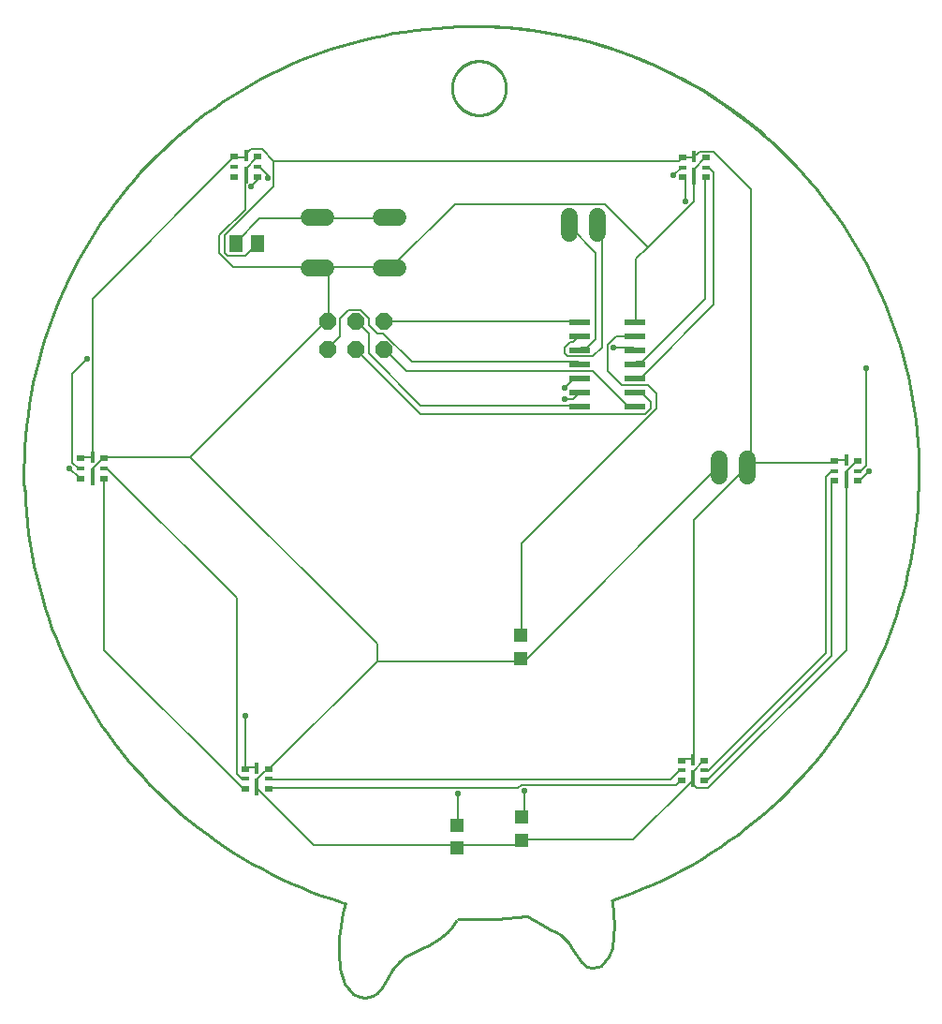
<source format=gtl>
G75*
%MOIN*%
%OFA0B0*%
%FSLAX25Y25*%
%IPPOS*%
%LPD*%
%AMOC8*
5,1,8,0,0,1.08239X$1,22.5*
%
%ADD10C,0.01000*%
%ADD11R,0.07800X0.02200*%
%ADD12R,0.04724X0.04724*%
%ADD13OC8,0.06000*%
%ADD14C,0.06000*%
%ADD15R,0.05118X0.05906*%
%ADD16R,0.03150X0.01969*%
%ADD17R,0.03150X0.01181*%
%ADD18R,0.01181X0.03937*%
%ADD19R,0.01181X0.05906*%
%ADD20C,0.00600*%
%ADD21OC8,0.02000*%
D10*
X0128781Y0013704D02*
X0125829Y0017395D01*
X0124106Y0022562D01*
X0123614Y0028714D01*
X0123860Y0033635D01*
X0124352Y0038064D01*
X0125090Y0042739D01*
X0126075Y0046184D01*
X0125336Y0046184D01*
X0145268Y0025269D02*
X0147482Y0026991D01*
X0149943Y0028468D01*
X0153388Y0030190D01*
X0155848Y0031174D01*
X0159293Y0033389D01*
X0162246Y0035604D01*
X0164214Y0037818D01*
X0165445Y0039787D01*
X0145268Y0025269D02*
X0142807Y0022316D01*
X0141085Y0019363D01*
X0139116Y0015919D01*
X0137394Y0014196D01*
X0135671Y0012966D01*
X0133210Y0012228D01*
X0130996Y0012720D01*
X0128781Y0013704D01*
X0190789Y0041263D02*
X0193004Y0040033D01*
X0195957Y0038310D01*
X0198663Y0036834D01*
X0201124Y0035604D01*
X0202846Y0034619D01*
X0205553Y0031913D01*
X0207029Y0029452D01*
X0209982Y0025023D01*
X0211951Y0023546D01*
X0213673Y0023054D01*
X0216134Y0023546D01*
X0217118Y0023793D01*
X0219579Y0026991D01*
X0221055Y0030190D01*
X0221547Y0034373D01*
X0221793Y0038064D01*
X0221547Y0042247D01*
X0221055Y0047169D01*
X0274943Y0319560D02*
X0272010Y0322021D01*
X0269019Y0324411D01*
X0265972Y0326729D01*
X0262869Y0328973D01*
X0259715Y0331142D01*
X0256509Y0333235D01*
X0253253Y0335251D01*
X0249951Y0337188D01*
X0246603Y0339045D01*
X0243211Y0340822D01*
X0239778Y0342517D01*
X0236306Y0344129D01*
X0232795Y0345657D01*
X0229250Y0347102D01*
X0225670Y0348460D01*
X0222059Y0349733D01*
X0218419Y0350919D01*
X0214751Y0352017D01*
X0211058Y0353027D01*
X0207342Y0353949D01*
X0203605Y0354781D01*
X0199849Y0355523D01*
X0196076Y0356176D01*
X0192289Y0356737D01*
X0188489Y0357208D01*
X0184679Y0357588D01*
X0180862Y0357877D01*
X0177038Y0358073D01*
X0173211Y0358179D01*
X0169382Y0358192D01*
X0163956Y0336046D02*
X0163959Y0336282D01*
X0163968Y0336517D01*
X0163982Y0336753D01*
X0164002Y0336988D01*
X0164028Y0337222D01*
X0164060Y0337456D01*
X0164097Y0337689D01*
X0164141Y0337921D01*
X0164189Y0338151D01*
X0164244Y0338381D01*
X0164304Y0338609D01*
X0164370Y0338835D01*
X0164441Y0339060D01*
X0164518Y0339283D01*
X0164600Y0339504D01*
X0164687Y0339723D01*
X0164780Y0339940D01*
X0164879Y0340154D01*
X0164982Y0340366D01*
X0165091Y0340576D01*
X0165204Y0340782D01*
X0165323Y0340986D01*
X0165447Y0341187D01*
X0165575Y0341384D01*
X0165709Y0341579D01*
X0165847Y0341770D01*
X0165990Y0341958D01*
X0166137Y0342142D01*
X0166289Y0342322D01*
X0166445Y0342499D01*
X0166606Y0342672D01*
X0166770Y0342841D01*
X0166939Y0343005D01*
X0167112Y0343166D01*
X0167289Y0343322D01*
X0167469Y0343474D01*
X0167653Y0343621D01*
X0167841Y0343764D01*
X0168032Y0343902D01*
X0168227Y0344036D01*
X0168424Y0344164D01*
X0168625Y0344288D01*
X0168829Y0344407D01*
X0169035Y0344520D01*
X0169245Y0344629D01*
X0169457Y0344732D01*
X0169671Y0344831D01*
X0169888Y0344924D01*
X0170107Y0345011D01*
X0170328Y0345093D01*
X0170551Y0345170D01*
X0170776Y0345241D01*
X0171002Y0345307D01*
X0171230Y0345367D01*
X0171460Y0345422D01*
X0171690Y0345470D01*
X0171922Y0345514D01*
X0172155Y0345551D01*
X0172389Y0345583D01*
X0172623Y0345609D01*
X0172858Y0345629D01*
X0173094Y0345643D01*
X0173329Y0345652D01*
X0173565Y0345655D01*
X0173801Y0345652D01*
X0174036Y0345643D01*
X0174272Y0345629D01*
X0174507Y0345609D01*
X0174741Y0345583D01*
X0174975Y0345551D01*
X0175208Y0345514D01*
X0175440Y0345470D01*
X0175670Y0345422D01*
X0175900Y0345367D01*
X0176128Y0345307D01*
X0176354Y0345241D01*
X0176579Y0345170D01*
X0176802Y0345093D01*
X0177023Y0345011D01*
X0177242Y0344924D01*
X0177459Y0344831D01*
X0177673Y0344732D01*
X0177885Y0344629D01*
X0178095Y0344520D01*
X0178301Y0344407D01*
X0178505Y0344288D01*
X0178706Y0344164D01*
X0178903Y0344036D01*
X0179098Y0343902D01*
X0179289Y0343764D01*
X0179477Y0343621D01*
X0179661Y0343474D01*
X0179841Y0343322D01*
X0180018Y0343166D01*
X0180191Y0343005D01*
X0180360Y0342841D01*
X0180524Y0342672D01*
X0180685Y0342499D01*
X0180841Y0342322D01*
X0180993Y0342142D01*
X0181140Y0341958D01*
X0181283Y0341770D01*
X0181421Y0341579D01*
X0181555Y0341384D01*
X0181683Y0341187D01*
X0181807Y0340986D01*
X0181926Y0340782D01*
X0182039Y0340576D01*
X0182148Y0340366D01*
X0182251Y0340154D01*
X0182350Y0339940D01*
X0182443Y0339723D01*
X0182530Y0339504D01*
X0182612Y0339283D01*
X0182689Y0339060D01*
X0182760Y0338835D01*
X0182826Y0338609D01*
X0182886Y0338381D01*
X0182941Y0338151D01*
X0182989Y0337921D01*
X0183033Y0337689D01*
X0183070Y0337456D01*
X0183102Y0337222D01*
X0183128Y0336988D01*
X0183148Y0336753D01*
X0183162Y0336517D01*
X0183171Y0336282D01*
X0183174Y0336046D01*
X0183171Y0335810D01*
X0183162Y0335575D01*
X0183148Y0335339D01*
X0183128Y0335104D01*
X0183102Y0334870D01*
X0183070Y0334636D01*
X0183033Y0334403D01*
X0182989Y0334171D01*
X0182941Y0333941D01*
X0182886Y0333711D01*
X0182826Y0333483D01*
X0182760Y0333257D01*
X0182689Y0333032D01*
X0182612Y0332809D01*
X0182530Y0332588D01*
X0182443Y0332369D01*
X0182350Y0332152D01*
X0182251Y0331938D01*
X0182148Y0331726D01*
X0182039Y0331516D01*
X0181926Y0331310D01*
X0181807Y0331106D01*
X0181683Y0330905D01*
X0181555Y0330708D01*
X0181421Y0330513D01*
X0181283Y0330322D01*
X0181140Y0330134D01*
X0180993Y0329950D01*
X0180841Y0329770D01*
X0180685Y0329593D01*
X0180524Y0329420D01*
X0180360Y0329251D01*
X0180191Y0329087D01*
X0180018Y0328926D01*
X0179841Y0328770D01*
X0179661Y0328618D01*
X0179477Y0328471D01*
X0179289Y0328328D01*
X0179098Y0328190D01*
X0178903Y0328056D01*
X0178706Y0327928D01*
X0178505Y0327804D01*
X0178301Y0327685D01*
X0178095Y0327572D01*
X0177885Y0327463D01*
X0177673Y0327360D01*
X0177459Y0327261D01*
X0177242Y0327168D01*
X0177023Y0327081D01*
X0176802Y0326999D01*
X0176579Y0326922D01*
X0176354Y0326851D01*
X0176128Y0326785D01*
X0175900Y0326725D01*
X0175670Y0326670D01*
X0175440Y0326622D01*
X0175208Y0326578D01*
X0174975Y0326541D01*
X0174741Y0326509D01*
X0174507Y0326483D01*
X0174272Y0326463D01*
X0174036Y0326449D01*
X0173801Y0326440D01*
X0173565Y0326437D01*
X0173329Y0326440D01*
X0173094Y0326449D01*
X0172858Y0326463D01*
X0172623Y0326483D01*
X0172389Y0326509D01*
X0172155Y0326541D01*
X0171922Y0326578D01*
X0171690Y0326622D01*
X0171460Y0326670D01*
X0171230Y0326725D01*
X0171002Y0326785D01*
X0170776Y0326851D01*
X0170551Y0326922D01*
X0170328Y0326999D01*
X0170107Y0327081D01*
X0169888Y0327168D01*
X0169671Y0327261D01*
X0169457Y0327360D01*
X0169245Y0327463D01*
X0169035Y0327572D01*
X0168829Y0327685D01*
X0168625Y0327804D01*
X0168424Y0327928D01*
X0168227Y0328056D01*
X0168032Y0328190D01*
X0167841Y0328328D01*
X0167653Y0328471D01*
X0167469Y0328618D01*
X0167289Y0328770D01*
X0167112Y0328926D01*
X0166939Y0329087D01*
X0166770Y0329251D01*
X0166606Y0329420D01*
X0166445Y0329593D01*
X0166289Y0329770D01*
X0166137Y0329950D01*
X0165990Y0330134D01*
X0165847Y0330322D01*
X0165709Y0330513D01*
X0165575Y0330708D01*
X0165447Y0330905D01*
X0165323Y0331106D01*
X0165204Y0331310D01*
X0165091Y0331516D01*
X0164982Y0331726D01*
X0164879Y0331938D01*
X0164780Y0332152D01*
X0164687Y0332369D01*
X0164600Y0332588D01*
X0164518Y0332809D01*
X0164441Y0333032D01*
X0164370Y0333257D01*
X0164304Y0333483D01*
X0164244Y0333711D01*
X0164189Y0333941D01*
X0164141Y0334171D01*
X0164097Y0334403D01*
X0164060Y0334636D01*
X0164028Y0334870D01*
X0164002Y0335104D01*
X0163982Y0335339D01*
X0163968Y0335575D01*
X0163959Y0335810D01*
X0163956Y0336046D01*
X0190543Y0041510D02*
X0187044Y0041101D01*
X0183537Y0040769D01*
X0180023Y0040515D01*
X0176504Y0040339D01*
X0172983Y0040241D01*
X0169460Y0040221D01*
X0165937Y0040280D01*
X0220809Y0047169D02*
X0224504Y0048447D01*
X0228165Y0049814D01*
X0231792Y0051272D01*
X0235383Y0052817D01*
X0238934Y0054451D01*
X0242445Y0056170D01*
X0245912Y0057975D01*
X0249334Y0059865D01*
X0252708Y0061837D01*
X0256034Y0063892D01*
X0259308Y0066028D01*
X0262528Y0068243D01*
X0265694Y0070536D01*
X0268802Y0072907D01*
X0271852Y0075352D01*
X0274840Y0077872D01*
X0277766Y0080464D01*
X0280628Y0083127D01*
X0283423Y0085859D01*
X0286151Y0088659D01*
X0288809Y0091525D01*
X0291397Y0094455D01*
X0293912Y0097447D01*
X0296352Y0100501D01*
X0298718Y0103613D01*
X0301006Y0106782D01*
X0303216Y0110006D01*
X0305346Y0113283D01*
X0307396Y0116612D01*
X0309363Y0119990D01*
X0311247Y0123415D01*
X0313047Y0126885D01*
X0314761Y0130398D01*
X0316388Y0133952D01*
X0317928Y0137545D01*
X0319379Y0141174D01*
X0320742Y0144838D01*
X0322014Y0148534D01*
X0323195Y0152261D01*
X0324284Y0156015D01*
X0325281Y0159794D01*
X0326185Y0163597D01*
X0326996Y0167421D01*
X0327713Y0171264D01*
X0328336Y0175123D01*
X0328864Y0178996D01*
X0329297Y0182881D01*
X0329634Y0186775D01*
X0329877Y0190677D01*
X0330023Y0194583D01*
X0330074Y0198491D01*
X0330029Y0202400D01*
X0329888Y0206306D01*
X0329652Y0210208D01*
X0329320Y0214103D01*
X0328893Y0217989D01*
X0328371Y0221863D01*
X0327754Y0225723D01*
X0327043Y0229566D01*
X0326238Y0233391D01*
X0325339Y0237196D01*
X0324348Y0240977D01*
X0323264Y0244732D01*
X0322088Y0248460D01*
X0320822Y0252158D01*
X0319465Y0255824D01*
X0318019Y0259456D01*
X0316485Y0263051D01*
X0314863Y0266608D01*
X0313154Y0270123D01*
X0311360Y0273596D01*
X0309481Y0277024D01*
X0307518Y0280405D01*
X0305474Y0283736D01*
X0303349Y0287017D01*
X0301143Y0290244D01*
X0298860Y0293417D01*
X0296499Y0296533D01*
X0294063Y0299590D01*
X0291553Y0302586D01*
X0288970Y0305520D01*
X0286316Y0308390D01*
X0283592Y0311194D01*
X0280801Y0313930D01*
X0277943Y0316597D01*
X0275021Y0319194D01*
X0272036Y0321718D01*
X0268991Y0324168D01*
X0265886Y0326543D01*
X0262724Y0328841D01*
X0259506Y0331061D01*
X0256236Y0333201D01*
X0252913Y0335261D01*
X0249542Y0337239D01*
X0246123Y0339134D01*
X0242658Y0340944D01*
X0239150Y0342669D01*
X0235601Y0344307D01*
X0232013Y0345858D01*
X0228388Y0347321D01*
X0224729Y0348694D01*
X0221036Y0349978D01*
X0217314Y0351170D01*
X0213563Y0352271D01*
X0209787Y0353280D01*
X0205987Y0354196D01*
X0202165Y0355019D01*
X0198325Y0355748D01*
X0194468Y0356383D01*
X0190596Y0356922D01*
X0186713Y0357367D01*
X0182819Y0357717D01*
X0178919Y0357971D01*
X0175013Y0358130D01*
X0171105Y0358193D01*
X0170120Y0357947D02*
X0166250Y0357890D01*
X0162382Y0357740D01*
X0158519Y0357496D01*
X0154663Y0357157D01*
X0150817Y0356725D01*
X0146982Y0356199D01*
X0143161Y0355580D01*
X0139356Y0354868D01*
X0135570Y0354064D01*
X0131805Y0353167D01*
X0128062Y0352180D01*
X0124345Y0351101D01*
X0120655Y0349933D01*
X0116994Y0348674D01*
X0113366Y0347327D01*
X0109771Y0345892D01*
X0106212Y0344370D01*
X0102691Y0342762D01*
X0099211Y0341069D01*
X0095772Y0339291D01*
X0092378Y0337430D01*
X0089031Y0335487D01*
X0085731Y0333463D01*
X0082482Y0331359D01*
X0079285Y0329177D01*
X0076143Y0326918D01*
X0073056Y0324583D01*
X0070027Y0322173D01*
X0067057Y0319690D01*
X0064149Y0317136D01*
X0061304Y0314512D01*
X0058523Y0311819D01*
X0055809Y0309059D01*
X0053163Y0306234D01*
X0050587Y0303346D01*
X0048081Y0300395D01*
X0045649Y0297384D01*
X0043290Y0294316D01*
X0041007Y0291190D01*
X0038800Y0288010D01*
X0036672Y0284777D01*
X0034623Y0281493D01*
X0032654Y0278161D01*
X0030767Y0274781D01*
X0028963Y0271356D01*
X0027243Y0267889D01*
X0025608Y0264380D01*
X0024059Y0260833D01*
X0022597Y0257250D01*
X0021222Y0253631D01*
X0019936Y0249980D01*
X0018739Y0246300D01*
X0017632Y0242591D01*
X0016616Y0238856D01*
X0015691Y0235097D01*
X0014858Y0231317D01*
X0014117Y0227518D01*
X0013468Y0223702D01*
X0012913Y0219871D01*
X0012452Y0216028D01*
X0012084Y0212175D01*
X0011810Y0208314D01*
X0011630Y0204448D01*
X0011544Y0200578D01*
X0011552Y0196708D01*
X0011655Y0192838D01*
X0011901Y0193083D02*
X0012085Y0189214D01*
X0012364Y0185351D01*
X0012736Y0181495D01*
X0013202Y0177650D01*
X0013761Y0173817D01*
X0014414Y0169999D01*
X0015159Y0166197D01*
X0015997Y0162416D01*
X0016926Y0158655D01*
X0017947Y0154919D01*
X0019058Y0151208D01*
X0020260Y0147525D01*
X0021550Y0143873D01*
X0022930Y0140253D01*
X0024397Y0136668D01*
X0025951Y0133120D01*
X0027590Y0129611D01*
X0029315Y0126143D01*
X0031124Y0122717D01*
X0033015Y0119337D01*
X0034989Y0116004D01*
X0037043Y0112719D01*
X0039176Y0109486D01*
X0041387Y0106306D01*
X0043675Y0103180D01*
X0046039Y0100111D01*
X0048476Y0097101D01*
X0050986Y0094151D01*
X0053567Y0091262D01*
X0056218Y0088438D01*
X0058937Y0085679D01*
X0061722Y0082987D01*
X0064572Y0080363D01*
X0067484Y0077810D01*
X0070459Y0075328D01*
X0073492Y0072919D01*
X0076584Y0070585D01*
X0079731Y0068327D01*
X0082932Y0066147D01*
X0086186Y0064044D01*
X0089490Y0062022D01*
X0092842Y0060081D01*
X0096240Y0058222D01*
X0099682Y0056446D01*
X0103167Y0054754D01*
X0106692Y0053148D01*
X0110255Y0051629D01*
X0113854Y0050196D01*
X0117486Y0048851D01*
X0121151Y0047596D01*
X0124845Y0046429D01*
D11*
X0209514Y0222867D03*
X0209514Y0227867D03*
X0209514Y0232867D03*
X0209514Y0237867D03*
X0209514Y0242867D03*
X0209514Y0247867D03*
X0209514Y0252867D03*
X0228914Y0252867D03*
X0228914Y0247867D03*
X0228914Y0242867D03*
X0228914Y0237867D03*
X0228914Y0232867D03*
X0228914Y0227867D03*
X0228914Y0222867D03*
D12*
X0188220Y0141376D03*
X0188220Y0133108D03*
X0188870Y0076770D03*
X0188870Y0068502D03*
X0165730Y0065613D03*
X0165730Y0073881D03*
D13*
X0139559Y0242897D03*
X0139559Y0252897D03*
X0129559Y0252897D03*
X0129559Y0242897D03*
X0119559Y0242897D03*
X0119559Y0252897D03*
D14*
X0119129Y0272127D02*
X0113129Y0272127D01*
X0113129Y0289927D02*
X0119129Y0289927D01*
X0138729Y0289927D02*
X0144729Y0289927D01*
X0144729Y0272127D02*
X0138729Y0272127D01*
X0205671Y0284449D02*
X0205671Y0290449D01*
X0215671Y0290449D02*
X0215671Y0284449D01*
X0259018Y0204032D02*
X0259018Y0198032D01*
X0269018Y0198032D02*
X0269018Y0204032D01*
D15*
X0094554Y0280682D03*
X0087074Y0280682D03*
D16*
X0086459Y0304501D03*
X0086459Y0311588D03*
X0094726Y0311588D03*
X0094726Y0304501D03*
X0040051Y0204304D03*
X0040051Y0197218D03*
X0031783Y0197218D03*
X0031783Y0204304D03*
X0090346Y0093773D03*
X0090346Y0086686D03*
X0098614Y0086686D03*
X0098614Y0093773D03*
X0245563Y0096775D03*
X0245563Y0089688D03*
X0253831Y0089688D03*
X0253831Y0096775D03*
X0300115Y0196258D03*
X0300115Y0203345D03*
X0308383Y0203345D03*
X0308383Y0196258D03*
X0254347Y0304231D03*
X0254347Y0311317D03*
X0246080Y0311317D03*
X0246080Y0304231D03*
D17*
X0246080Y0307774D03*
X0254347Y0307774D03*
X0300115Y0199801D03*
X0308383Y0199801D03*
X0253831Y0093231D03*
X0245563Y0093231D03*
X0098614Y0090230D03*
X0090346Y0090230D03*
X0040051Y0200761D03*
X0031783Y0200761D03*
X0086459Y0308044D03*
X0094726Y0308044D03*
D18*
X0090592Y0311981D03*
X0035917Y0204698D03*
X0094480Y0094167D03*
X0249697Y0097169D03*
X0304249Y0203738D03*
X0250213Y0311711D03*
D19*
X0250213Y0304821D03*
X0304249Y0196849D03*
X0249697Y0090279D03*
X0094480Y0087277D03*
X0035917Y0197808D03*
X0090592Y0305092D03*
D20*
X0090346Y0090230D02*
X0089273Y0090131D01*
X0087226Y0092178D01*
X0087226Y0154619D01*
X0041163Y0200682D01*
X0040140Y0200682D01*
X0040051Y0200761D01*
X0039116Y0203753D02*
X0040051Y0204304D01*
X0040140Y0204777D01*
X0070848Y0204777D01*
X0137384Y0138241D01*
X0137384Y0132100D01*
X0099510Y0094226D01*
X0098614Y0093773D01*
X0098486Y0093202D01*
X0097462Y0093202D01*
X0094392Y0090131D01*
X0094392Y0088084D01*
X0094480Y0087277D01*
X0094392Y0087060D01*
X0114864Y0066588D01*
X0165022Y0066588D01*
X0165730Y0065613D01*
X0166045Y0066588D01*
X0187541Y0066588D01*
X0188565Y0067611D01*
X0188870Y0068502D01*
X0189588Y0068635D01*
X0228486Y0068635D01*
X0248959Y0089107D01*
X0251006Y0087060D01*
X0255100Y0087060D01*
X0304234Y0136194D01*
X0304234Y0196588D01*
X0304249Y0196849D01*
X0304234Y0197611D01*
X0304234Y0199659D01*
X0307305Y0202730D01*
X0308329Y0202730D01*
X0308383Y0203345D01*
X0311399Y0201706D02*
X0309352Y0199659D01*
X0308383Y0199801D01*
X0309352Y0196588D02*
X0308383Y0196258D01*
X0309352Y0196588D02*
X0312423Y0199659D01*
X0311399Y0201706D02*
X0311399Y0236509D01*
X0304234Y0203753D02*
X0300140Y0203753D01*
X0300115Y0203345D01*
X0299116Y0202730D01*
X0270455Y0202730D01*
X0269018Y0201032D01*
X0269431Y0201706D01*
X0270455Y0202730D01*
X0270455Y0299974D01*
X0257148Y0313281D01*
X0252029Y0313281D01*
X0251006Y0312257D01*
X0249982Y0312257D01*
X0250213Y0311711D01*
X0249982Y0311233D01*
X0246911Y0311233D01*
X0246080Y0311317D01*
X0245888Y0311233D01*
X0244864Y0310210D01*
X0100533Y0310210D01*
X0096439Y0314304D01*
X0092344Y0314304D01*
X0090297Y0312257D01*
X0090592Y0311981D01*
X0090297Y0311233D01*
X0087226Y0311233D01*
X0086459Y0311588D01*
X0086203Y0311233D01*
X0036045Y0261076D01*
X0036045Y0204777D01*
X0035917Y0204698D01*
X0036045Y0204777D02*
X0031951Y0204777D01*
X0031783Y0204304D01*
X0028880Y0202730D02*
X0030927Y0200682D01*
X0031783Y0200761D01*
X0030927Y0197611D02*
X0031783Y0197218D01*
X0030927Y0197611D02*
X0027856Y0200682D01*
X0028880Y0202730D02*
X0028880Y0234462D01*
X0033998Y0239580D01*
X0039116Y0203753D02*
X0036045Y0200682D01*
X0036045Y0198635D01*
X0035917Y0197808D01*
X0040051Y0197218D02*
X0040140Y0196588D01*
X0040140Y0136194D01*
X0090297Y0086037D01*
X0090346Y0086686D01*
X0090297Y0090131D02*
X0089273Y0090131D01*
X0090297Y0090131D02*
X0090346Y0090230D01*
X0090346Y0093773D02*
X0090297Y0094226D01*
X0090297Y0112651D01*
X0091321Y0094226D02*
X0090346Y0093773D01*
X0091321Y0094226D02*
X0094392Y0094226D01*
X0094480Y0094167D01*
X0098614Y0090230D02*
X0099510Y0090131D01*
X0241793Y0090131D01*
X0244864Y0093202D01*
X0245563Y0093231D01*
X0245563Y0089688D02*
X0244864Y0089107D01*
X0243840Y0088084D01*
X0188565Y0088084D01*
X0187541Y0087060D01*
X0099510Y0087060D01*
X0098614Y0086686D01*
X0137384Y0132100D02*
X0187541Y0132100D01*
X0188220Y0133108D01*
X0188565Y0133123D01*
X0190612Y0133123D01*
X0258171Y0200682D01*
X0259018Y0201032D01*
X0268407Y0200682D02*
X0269018Y0201032D01*
X0268407Y0200682D02*
X0249982Y0182257D01*
X0249982Y0097296D01*
X0249697Y0097169D01*
X0249982Y0097296D02*
X0245888Y0097296D01*
X0245563Y0096775D01*
X0249982Y0093202D02*
X0249982Y0091155D01*
X0249697Y0090279D01*
X0249982Y0090131D01*
X0248959Y0089107D01*
X0253831Y0089688D02*
X0255100Y0090131D01*
X0299116Y0134147D01*
X0299116Y0195564D01*
X0300115Y0196258D01*
X0297069Y0197611D02*
X0299116Y0199659D01*
X0300115Y0199801D01*
X0297069Y0197611D02*
X0297069Y0135170D01*
X0255100Y0093202D01*
X0253831Y0093231D01*
X0254077Y0093202D01*
X0255100Y0093202D01*
X0255100Y0090131D02*
X0254077Y0090131D01*
X0253831Y0089688D01*
X0249982Y0093202D02*
X0253053Y0096273D01*
X0253831Y0096775D01*
X0189588Y0086037D02*
X0189588Y0076824D01*
X0188870Y0076770D01*
X0166256Y0074670D02*
X0165730Y0073881D01*
X0166045Y0074777D01*
X0166045Y0085013D01*
X0188220Y0141376D02*
X0188565Y0142336D01*
X0188565Y0174068D01*
X0236675Y0222178D01*
X0236675Y0227296D01*
X0233604Y0230367D01*
X0224392Y0230367D01*
X0219273Y0235485D01*
X0219273Y0244698D01*
X0222344Y0247769D01*
X0228486Y0247769D01*
X0228914Y0247867D01*
X0228486Y0243674D02*
X0228914Y0242867D01*
X0228486Y0243674D02*
X0221321Y0243674D01*
X0217226Y0243674D02*
X0217226Y0285643D01*
X0216203Y0286667D01*
X0215671Y0287449D01*
X0218250Y0294856D02*
X0165022Y0294856D01*
X0142502Y0272336D01*
X0141729Y0272127D01*
X0141478Y0272336D01*
X0119982Y0272336D01*
X0116129Y0272127D01*
X0116911Y0272336D01*
X0119982Y0272336D01*
X0119982Y0253911D01*
X0119559Y0252897D01*
X0118959Y0252887D01*
X0070848Y0204777D01*
X0119559Y0242897D02*
X0119982Y0243674D01*
X0124077Y0247769D01*
X0124077Y0253911D01*
X0127148Y0256981D01*
X0131242Y0256981D01*
X0134313Y0253911D01*
X0134313Y0251863D01*
X0137384Y0248793D01*
X0139431Y0248793D01*
X0149667Y0238556D01*
X0209037Y0238556D01*
X0209514Y0237867D01*
X0209514Y0232867D02*
X0209037Y0232415D01*
X0206990Y0232415D01*
X0203919Y0229344D01*
X0203919Y0225249D02*
X0206990Y0225249D01*
X0209037Y0227296D01*
X0209514Y0227867D01*
X0209037Y0223202D02*
X0209514Y0222867D01*
X0209037Y0223202D02*
X0152738Y0223202D01*
X0134313Y0241627D01*
X0134313Y0248793D01*
X0130218Y0252887D01*
X0129559Y0252897D01*
X0129559Y0242897D02*
X0130218Y0242651D01*
X0152738Y0220131D01*
X0232581Y0220131D01*
X0234628Y0222178D01*
X0234628Y0224226D01*
X0231557Y0227296D01*
X0229510Y0227296D01*
X0228914Y0227867D01*
X0228486Y0223202D02*
X0228914Y0222867D01*
X0228486Y0223202D02*
X0226439Y0223202D01*
X0214155Y0235485D01*
X0147620Y0235485D01*
X0140455Y0242651D01*
X0139559Y0242897D01*
X0139559Y0252897D02*
X0140455Y0252887D01*
X0209037Y0252887D01*
X0209514Y0252867D01*
X0209514Y0247867D02*
X0209037Y0247769D01*
X0206990Y0245722D01*
X0205966Y0245722D01*
X0203919Y0243674D01*
X0203919Y0241627D01*
X0204943Y0240604D01*
X0214155Y0240604D01*
X0217226Y0243674D01*
X0215179Y0246745D02*
X0215179Y0277454D01*
X0205966Y0286667D01*
X0205671Y0287449D01*
X0218250Y0294856D02*
X0233604Y0279501D01*
X0229510Y0275407D01*
X0229510Y0252887D01*
X0228914Y0252867D01*
X0229510Y0238556D02*
X0228914Y0237867D01*
X0229510Y0238556D02*
X0231557Y0238556D01*
X0254077Y0261076D01*
X0254077Y0304068D01*
X0254347Y0304231D01*
X0257148Y0306115D02*
X0255100Y0308163D01*
X0254347Y0307774D01*
X0257148Y0306115D02*
X0257148Y0259029D01*
X0231557Y0233438D01*
X0229510Y0233438D01*
X0228914Y0232867D01*
X0215179Y0246745D02*
X0212108Y0243674D01*
X0210061Y0243674D01*
X0209514Y0242867D01*
X0233604Y0279501D02*
X0249982Y0295879D01*
X0249982Y0304068D01*
X0250213Y0304821D01*
X0249982Y0305092D01*
X0249982Y0307139D01*
X0254077Y0311233D01*
X0254347Y0311317D01*
X0246080Y0307774D02*
X0245888Y0308163D01*
X0242817Y0305092D01*
X0246080Y0304231D02*
X0246911Y0304068D01*
X0246911Y0295879D01*
X0304234Y0203753D02*
X0304249Y0203738D01*
X0141729Y0289927D02*
X0141478Y0289737D01*
X0116911Y0289737D01*
X0116129Y0289927D01*
X0115888Y0289737D01*
X0095415Y0289737D01*
X0087226Y0281548D01*
X0087074Y0280682D01*
X0083132Y0283596D02*
X0083132Y0277454D01*
X0084155Y0276430D01*
X0090297Y0276430D01*
X0094392Y0280525D01*
X0094554Y0280682D01*
X0083132Y0283596D02*
X0100533Y0300997D01*
X0100533Y0310210D01*
X0095415Y0308163D02*
X0098486Y0305092D01*
X0098486Y0304068D01*
X0095415Y0304068D02*
X0094726Y0304501D01*
X0095415Y0304068D02*
X0092344Y0300997D01*
X0090592Y0305092D02*
X0090297Y0305092D01*
X0090297Y0292808D01*
X0081085Y0283596D01*
X0081085Y0277454D01*
X0086203Y0272336D01*
X0115888Y0272336D01*
X0116129Y0272127D01*
X0095415Y0308163D02*
X0094726Y0308044D01*
X0094392Y0311233D02*
X0094726Y0311588D01*
X0094392Y0311233D02*
X0090297Y0307139D01*
X0090297Y0305092D01*
D21*
X0092344Y0300997D03*
X0098486Y0304068D03*
X0033998Y0239580D03*
X0027856Y0200682D03*
X0090297Y0112651D03*
X0166045Y0085013D03*
X0189588Y0086037D03*
X0203919Y0225249D03*
X0203919Y0229344D03*
X0221321Y0243674D03*
X0246911Y0295879D03*
X0242817Y0305092D03*
X0311399Y0236509D03*
X0312423Y0199659D03*
M02*

</source>
